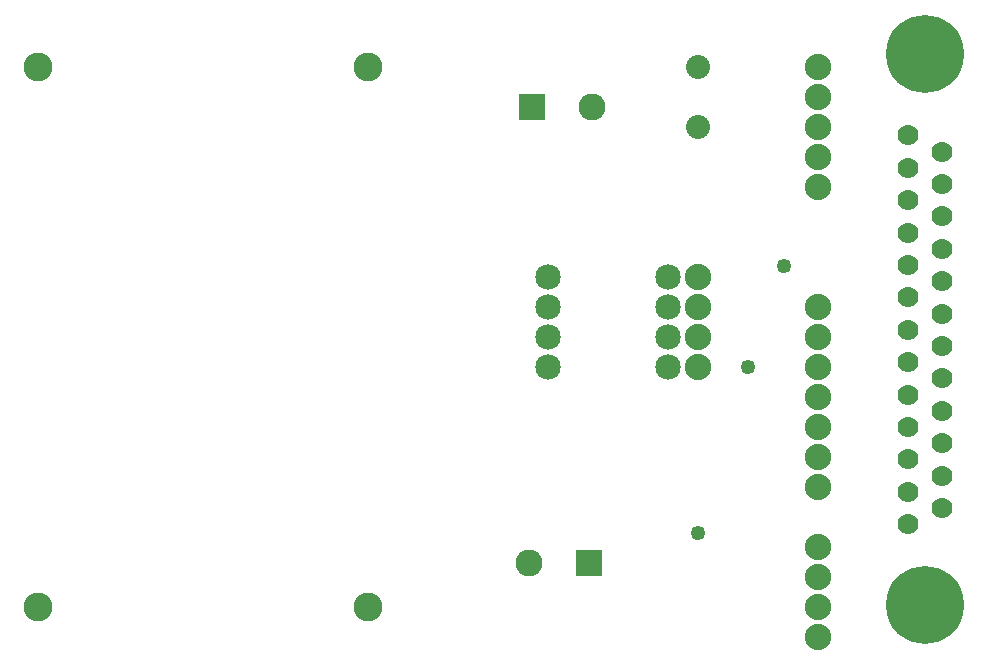
<source format=gbs>
G04 MADE WITH FRITZING*
G04 WWW.FRITZING.ORG*
G04 DOUBLE SIDED*
G04 HOLES PLATED*
G04 CONTOUR ON CENTER OF CONTOUR VECTOR*
%ASAXBY*%
%FSLAX23Y23*%
%MOIN*%
%OFA0B0*%
%SFA1.0B1.0*%
%ADD10C,0.088000*%
%ADD11C,0.090000*%
%ADD12C,0.085000*%
%ADD13C,0.070000*%
%ADD14C,0.260000*%
%ADD15C,0.135000*%
%ADD16C,0.096614*%
%ADD17C,0.080000*%
%ADD18C,0.049370*%
%ADD19R,0.090000X0.090000*%
%LNMASK0*%
G90*
G70*
G54D10*
X2813Y2287D03*
X2813Y2187D03*
X2813Y2087D03*
X2813Y1987D03*
X2813Y1887D03*
X2813Y687D03*
X2813Y587D03*
X2813Y487D03*
X2813Y387D03*
X2413Y1587D03*
X2413Y1487D03*
X2413Y1387D03*
X2413Y1287D03*
G54D11*
X1858Y2152D03*
X2058Y2152D03*
X2048Y632D03*
X1848Y632D03*
G54D12*
X1913Y1287D03*
X2313Y1287D03*
X1913Y1387D03*
X2313Y1387D03*
X1913Y1487D03*
X2313Y1487D03*
X1913Y1587D03*
X2313Y1587D03*
G54D13*
X3113Y2059D03*
X3113Y1951D03*
X3113Y1843D03*
X3113Y1735D03*
X3113Y1627D03*
X3113Y1519D03*
X3113Y1411D03*
X3113Y1303D03*
X3113Y1195D03*
X3113Y1087D03*
X3113Y979D03*
X3113Y871D03*
X3113Y763D03*
X3225Y2005D03*
X3225Y1897D03*
X3225Y1789D03*
X3225Y1681D03*
X3225Y1573D03*
X3225Y1465D03*
X3225Y1357D03*
X3225Y1249D03*
X3225Y1141D03*
X3225Y1033D03*
X3225Y925D03*
X3225Y817D03*
G54D14*
X3169Y493D03*
X3169Y2329D03*
G54D15*
X3169Y493D03*
X3169Y2329D03*
G54D16*
X1313Y2287D03*
X1313Y487D03*
X213Y487D03*
X213Y2287D03*
G54D10*
X2813Y1487D03*
X2813Y1387D03*
X2813Y1287D03*
X2813Y1187D03*
X2813Y1087D03*
X2813Y987D03*
X2813Y887D03*
G54D17*
X2413Y2087D03*
X2413Y2287D03*
G54D18*
X2412Y734D03*
X2700Y1622D03*
X2580Y1286D03*
G54D19*
X1858Y2152D03*
X2048Y632D03*
G04 End of Mask0*
M02*
</source>
